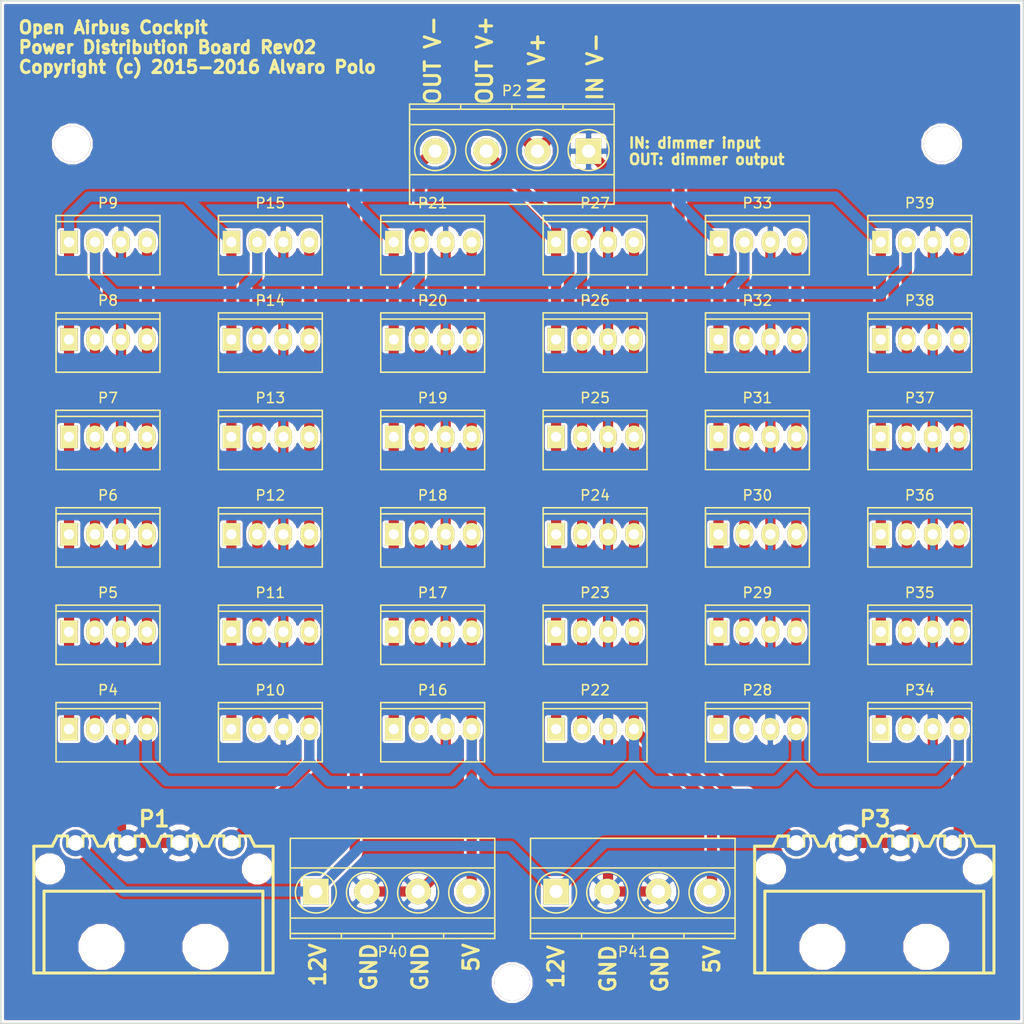
<source format=kicad_pcb>
(kicad_pcb (version 4) (host pcbnew 4.0.1-stable)
  (layers (0 F.Cu signal) (31 B.Cu signal) (34 B.Paste user) (35 F.Paste user) (36 B.SilkS user) (37 F.SilkS user) (38 B.Mask user) (39 F.Mask user) (44 Edge.Cuts user))
  (net 0 "")
  (net 1 /12V)
  (net 2 /GND)
  (net 3 /5V)
  (net 4 /D12V)
  (net 5 /DGND)
  (module Mounting_Holes:MountingHole_3-5mm (layer F.Cu) (at 152 52)
    (fp_text reference REF** hide)
    (fp_text value MountingHole_3mm hide)
    (pad 1 thru_hole circle (at 0 0) (size 3.5 3.5) (drill 3.5) (layers))
  )
  (module Mounting_Holes:MountingHole_3-5mm (layer F.Cu) (at 67 52)
    (fp_text reference REF** hide)
    (fp_text value MountingHole_3mm hide)
    (pad 1 thru_hole circle (at 0 0) (size 3.5 3.5) (drill 3.5) (layers))
  )
  (module Mounting_Holes:MountingHole_3-5mm (layer F.Cu) (at 110 134)
    (fp_text reference REF** hide)
    (fp_text value MountingHole_3mm hide)
    (pad 1 thru_hole circle (at 0 0) (size 3.5 3.5) (drill 3.5) (layers))
  )
  (module oac-conn:kf2510-4p (layer F.Cu) (at 70.485 109.22)
    (fp_text reference P4 (at 0 -3.81) (layer F.SilkS))
    (fp_text value CONN_01X04)
    (pad 1 thru_hole rect (at -3.81 0) (size 1.7 2.2) (drill 1) (layers *.Cu *.Mask F.SilkS) (net 4 /D12V))
    (pad 2 thru_hole oval (at -1.27 0) (size 1.7 2.2) (drill 1) (layers *.Cu *.Mask F.SilkS) (net 5 /DGND))
    (pad 3 thru_hole oval (at 1.27 0) (size 1.7 2.2) (drill 1) (layers *.Cu *.Mask F.SilkS) (net 2 /GND))
    (pad 4 thru_hole oval (at 3.81 0) (size 1.7 2.2) (drill 1) (layers *.Cu *.Mask F.SilkS) (net 3 /5V))
  )
  (module oac-conn:kf2510-4p (layer F.Cu) (at 70.485 99.695)
    (fp_text reference P5 (at 0 -3.81) (layer F.SilkS))
    (fp_text value CONN_01X04)
    (pad 1 thru_hole rect (at -3.81 0) (size 1.7 2.2) (drill 1) (layers *.Cu *.Mask F.SilkS) (net 4 /D12V))
    (pad 2 thru_hole oval (at -1.27 0) (size 1.7 2.2) (drill 1) (layers *.Cu *.Mask F.SilkS) (net 5 /DGND))
    (pad 3 thru_hole oval (at 1.27 0) (size 1.7 2.2) (drill 1) (layers *.Cu *.Mask F.SilkS) (net 2 /GND))
    (pad 4 thru_hole oval (at 3.81 0) (size 1.7 2.2) (drill 1) (layers *.Cu *.Mask F.SilkS) (net 3 /5V))
  )
  (module oac-conn:kf2510-4p (layer F.Cu) (at 70.485 90.17)
    (fp_text reference P6 (at 0 -3.81) (layer F.SilkS))
    (fp_text value CONN_01X04)
    (pad 1 thru_hole rect (at -3.81 0) (size 1.7 2.2) (drill 1) (layers *.Cu *.Mask F.SilkS) (net 4 /D12V))
    (pad 2 thru_hole oval (at -1.27 0) (size 1.7 2.2) (drill 1) (layers *.Cu *.Mask F.SilkS) (net 5 /DGND))
    (pad 3 thru_hole oval (at 1.27 0) (size 1.7 2.2) (drill 1) (layers *.Cu *.Mask F.SilkS) (net 2 /GND))
    (pad 4 thru_hole oval (at 3.81 0) (size 1.7 2.2) (drill 1) (layers *.Cu *.Mask F.SilkS) (net 3 /5V))
  )
  (module oac-conn:kf2510-4p (layer F.Cu) (at 70.485 80.645)
    (fp_text reference P7 (at 0 -3.81) (layer F.SilkS))
    (fp_text value CONN_01X04)
    (pad 1 thru_hole rect (at -3.81 0) (size 1.7 2.2) (drill 1) (layers *.Cu *.Mask F.SilkS) (net 4 /D12V))
    (pad 2 thru_hole oval (at -1.27 0) (size 1.7 2.2) (drill 1) (layers *.Cu *.Mask F.SilkS) (net 5 /DGND))
    (pad 3 thru_hole oval (at 1.27 0) (size 1.7 2.2) (drill 1) (layers *.Cu *.Mask F.SilkS) (net 2 /GND))
    (pad 4 thru_hole oval (at 3.81 0) (size 1.7 2.2) (drill 1) (layers *.Cu *.Mask F.SilkS) (net 3 /5V))
  )
  (module oac-conn:kf2510-4p (layer F.Cu) (at 70.485 71.12)
    (fp_text reference P8 (at 0 -3.81) (layer F.SilkS))
    (fp_text value CONN_01X04)
    (pad 1 thru_hole rect (at -3.81 0) (size 1.7 2.2) (drill 1) (layers *.Cu *.Mask F.SilkS) (net 4 /D12V))
    (pad 2 thru_hole oval (at -1.27 0) (size 1.7 2.2) (drill 1) (layers *.Cu *.Mask F.SilkS) (net 5 /DGND))
    (pad 3 thru_hole oval (at 1.27 0) (size 1.7 2.2) (drill 1) (layers *.Cu *.Mask F.SilkS) (net 2 /GND))
    (pad 4 thru_hole oval (at 3.81 0) (size 1.7 2.2) (drill 1) (layers *.Cu *.Mask F.SilkS) (net 3 /5V))
  )
  (module oac-conn:kf2510-4p (layer F.Cu) (at 70.485 61.595)
    (fp_text reference P9 (at 0 -3.81) (layer F.SilkS))
    (fp_text value CONN_01X04)
    (pad 1 thru_hole rect (at -3.81 0) (size 1.7 2.2) (drill 1) (layers *.Cu *.Mask F.SilkS) (net 4 /D12V))
    (pad 2 thru_hole oval (at -1.27 0) (size 1.7 2.2) (drill 1) (layers *.Cu *.Mask F.SilkS) (net 5 /DGND))
    (pad 3 thru_hole oval (at 1.27 0) (size 1.7 2.2) (drill 1) (layers *.Cu *.Mask F.SilkS) (net 2 /GND))
    (pad 4 thru_hole oval (at 3.81 0) (size 1.7 2.2) (drill 1) (layers *.Cu *.Mask F.SilkS) (net 3 /5V))
  )
  (module oac-conn:kf2510-4p (layer F.Cu) (at 86.36 109.22)
    (fp_text reference P10 (at 0 -3.81) (layer F.SilkS))
    (fp_text value CONN_01X04)
    (pad 1 thru_hole rect (at -3.81 0) (size 1.7 2.2) (drill 1) (layers *.Cu *.Mask F.SilkS) (net 4 /D12V))
    (pad 2 thru_hole oval (at -1.27 0) (size 1.7 2.2) (drill 1) (layers *.Cu *.Mask F.SilkS) (net 5 /DGND))
    (pad 3 thru_hole oval (at 1.27 0) (size 1.7 2.2) (drill 1) (layers *.Cu *.Mask F.SilkS) (net 2 /GND))
    (pad 4 thru_hole oval (at 3.81 0) (size 1.7 2.2) (drill 1) (layers *.Cu *.Mask F.SilkS) (net 3 /5V))
  )
  (module oac-conn:kf2510-4p (layer F.Cu) (at 86.36 99.695)
    (fp_text reference P11 (at 0 -3.81) (layer F.SilkS))
    (fp_text value CONN_01X04)
    (pad 1 thru_hole rect (at -3.81 0) (size 1.7 2.2) (drill 1) (layers *.Cu *.Mask F.SilkS) (net 4 /D12V))
    (pad 2 thru_hole oval (at -1.27 0) (size 1.7 2.2) (drill 1) (layers *.Cu *.Mask F.SilkS) (net 5 /DGND))
    (pad 3 thru_hole oval (at 1.27 0) (size 1.7 2.2) (drill 1) (layers *.Cu *.Mask F.SilkS) (net 2 /GND))
    (pad 4 thru_hole oval (at 3.81 0) (size 1.7 2.2) (drill 1) (layers *.Cu *.Mask F.SilkS) (net 3 /5V))
  )
  (module oac-conn:kf2510-4p (layer F.Cu) (at 86.36 90.17)
    (fp_text reference P12 (at 0 -3.81) (layer F.SilkS))
    (fp_text value CONN_01X04)
    (pad 1 thru_hole rect (at -3.81 0) (size 1.7 2.2) (drill 1) (layers *.Cu *.Mask F.SilkS) (net 4 /D12V))
    (pad 2 thru_hole oval (at -1.27 0) (size 1.7 2.2) (drill 1) (layers *.Cu *.Mask F.SilkS) (net 5 /DGND))
    (pad 3 thru_hole oval (at 1.27 0) (size 1.7 2.2) (drill 1) (layers *.Cu *.Mask F.SilkS) (net 2 /GND))
    (pad 4 thru_hole oval (at 3.81 0) (size 1.7 2.2) (drill 1) (layers *.Cu *.Mask F.SilkS) (net 3 /5V))
  )
  (module oac-conn:kf2510-4p (layer F.Cu) (at 86.36 80.645)
    (fp_text reference P13 (at 0 -3.81) (layer F.SilkS))
    (fp_text value CONN_01X04)
    (pad 1 thru_hole rect (at -3.81 0) (size 1.7 2.2) (drill 1) (layers *.Cu *.Mask F.SilkS) (net 4 /D12V))
    (pad 2 thru_hole oval (at -1.27 0) (size 1.7 2.2) (drill 1) (layers *.Cu *.Mask F.SilkS) (net 5 /DGND))
    (pad 3 thru_hole oval (at 1.27 0) (size 1.7 2.2) (drill 1) (layers *.Cu *.Mask F.SilkS) (net 2 /GND))
    (pad 4 thru_hole oval (at 3.81 0) (size 1.7 2.2) (drill 1) (layers *.Cu *.Mask F.SilkS) (net 3 /5V))
  )
  (module oac-conn:kf2510-4p (layer F.Cu) (at 86.36 71.12)
    (fp_text reference P14 (at 0 -3.81) (layer F.SilkS))
    (fp_text value CONN_01X04)
    (pad 1 thru_hole rect (at -3.81 0) (size 1.7 2.2) (drill 1) (layers *.Cu *.Mask F.SilkS) (net 4 /D12V))
    (pad 2 thru_hole oval (at -1.27 0) (size 1.7 2.2) (drill 1) (layers *.Cu *.Mask F.SilkS) (net 5 /DGND))
    (pad 3 thru_hole oval (at 1.27 0) (size 1.7 2.2) (drill 1) (layers *.Cu *.Mask F.SilkS) (net 2 /GND))
    (pad 4 thru_hole oval (at 3.81 0) (size 1.7 2.2) (drill 1) (layers *.Cu *.Mask F.SilkS) (net 3 /5V))
  )
  (module oac-conn:kf2510-4p (layer F.Cu) (at 86.36 61.595)
    (fp_text reference P15 (at 0 -3.81) (layer F.SilkS))
    (fp_text value CONN_01X04)
    (pad 1 thru_hole rect (at -3.81 0) (size 1.7 2.2) (drill 1) (layers *.Cu *.Mask F.SilkS) (net 4 /D12V))
    (pad 2 thru_hole oval (at -1.27 0) (size 1.7 2.2) (drill 1) (layers *.Cu *.Mask F.SilkS) (net 5 /DGND))
    (pad 3 thru_hole oval (at 1.27 0) (size 1.7 2.2) (drill 1) (layers *.Cu *.Mask F.SilkS) (net 2 /GND))
    (pad 4 thru_hole oval (at 3.81 0) (size 1.7 2.2) (drill 1) (layers *.Cu *.Mask F.SilkS) (net 3 /5V))
  )
  (module oac-conn:kf2510-4p (layer F.Cu) (at 102.235 109.22)
    (fp_text reference P16 (at 0 -3.81) (layer F.SilkS))
    (fp_text value CONN_01X04)
    (pad 1 thru_hole rect (at -3.81 0) (size 1.7 2.2) (drill 1) (layers *.Cu *.Mask F.SilkS) (net 4 /D12V))
    (pad 2 thru_hole oval (at -1.27 0) (size 1.7 2.2) (drill 1) (layers *.Cu *.Mask F.SilkS) (net 5 /DGND))
    (pad 3 thru_hole oval (at 1.27 0) (size 1.7 2.2) (drill 1) (layers *.Cu *.Mask F.SilkS) (net 2 /GND))
    (pad 4 thru_hole oval (at 3.81 0) (size 1.7 2.2) (drill 1) (layers *.Cu *.Mask F.SilkS) (net 3 /5V))
  )
  (module oac-conn:kf2510-4p (layer F.Cu) (at 102.235 99.695)
    (fp_text reference P17 (at 0 -3.81) (layer F.SilkS))
    (fp_text value CONN_01X04)
    (pad 1 thru_hole rect (at -3.81 0) (size 1.7 2.2) (drill 1) (layers *.Cu *.Mask F.SilkS) (net 4 /D12V))
    (pad 2 thru_hole oval (at -1.27 0) (size 1.7 2.2) (drill 1) (layers *.Cu *.Mask F.SilkS) (net 5 /DGND))
    (pad 3 thru_hole oval (at 1.27 0) (size 1.7 2.2) (drill 1) (layers *.Cu *.Mask F.SilkS) (net 2 /GND))
    (pad 4 thru_hole oval (at 3.81 0) (size 1.7 2.2) (drill 1) (layers *.Cu *.Mask F.SilkS) (net 3 /5V))
  )
  (module oac-conn:kf2510-4p (layer F.Cu) (at 102.235 90.17)
    (fp_text reference P18 (at 0 -3.81) (layer F.SilkS))
    (fp_text value CONN_01X04)
    (pad 1 thru_hole rect (at -3.81 0) (size 1.7 2.2) (drill 1) (layers *.Cu *.Mask F.SilkS) (net 4 /D12V))
    (pad 2 thru_hole oval (at -1.27 0) (size 1.7 2.2) (drill 1) (layers *.Cu *.Mask F.SilkS) (net 5 /DGND))
    (pad 3 thru_hole oval (at 1.27 0) (size 1.7 2.2) (drill 1) (layers *.Cu *.Mask F.SilkS) (net 2 /GND))
    (pad 4 thru_hole oval (at 3.81 0) (size 1.7 2.2) (drill 1) (layers *.Cu *.Mask F.SilkS) (net 3 /5V))
  )
  (module oac-conn:kf2510-4p (layer F.Cu) (at 102.235 80.645)
    (fp_text reference P19 (at 0 -3.81) (layer F.SilkS))
    (fp_text value CONN_01X04)
    (pad 1 thru_hole rect (at -3.81 0) (size 1.7 2.2) (drill 1) (layers *.Cu *.Mask F.SilkS) (net 4 /D12V))
    (pad 2 thru_hole oval (at -1.27 0) (size 1.7 2.2) (drill 1) (layers *.Cu *.Mask F.SilkS) (net 5 /DGND))
    (pad 3 thru_hole oval (at 1.27 0) (size 1.7 2.2) (drill 1) (layers *.Cu *.Mask F.SilkS) (net 2 /GND))
    (pad 4 thru_hole oval (at 3.81 0) (size 1.7 2.2) (drill 1) (layers *.Cu *.Mask F.SilkS) (net 3 /5V))
  )
  (module oac-conn:kf2510-4p (layer F.Cu) (at 102.235 71.12)
    (fp_text reference P20 (at 0 -3.81) (layer F.SilkS))
    (fp_text value CONN_01X04)
    (pad 1 thru_hole rect (at -3.81 0) (size 1.7 2.2) (drill 1) (layers *.Cu *.Mask F.SilkS) (net 4 /D12V))
    (pad 2 thru_hole oval (at -1.27 0) (size 1.7 2.2) (drill 1) (layers *.Cu *.Mask F.SilkS) (net 5 /DGND))
    (pad 3 thru_hole oval (at 1.27 0) (size 1.7 2.2) (drill 1) (layers *.Cu *.Mask F.SilkS) (net 2 /GND))
    (pad 4 thru_hole oval (at 3.81 0) (size 1.7 2.2) (drill 1) (layers *.Cu *.Mask F.SilkS) (net 3 /5V))
  )
  (module oac-conn:kf2510-4p (layer F.Cu) (at 102.235 61.595)
    (fp_text reference P21 (at 0 -3.81) (layer F.SilkS))
    (fp_text value CONN_01X04)
    (pad 1 thru_hole rect (at -3.81 0) (size 1.7 2.2) (drill 1) (layers *.Cu *.Mask F.SilkS) (net 4 /D12V))
    (pad 2 thru_hole oval (at -1.27 0) (size 1.7 2.2) (drill 1) (layers *.Cu *.Mask F.SilkS) (net 5 /DGND))
    (pad 3 thru_hole oval (at 1.27 0) (size 1.7 2.2) (drill 1) (layers *.Cu *.Mask F.SilkS) (net 2 /GND))
    (pad 4 thru_hole oval (at 3.81 0) (size 1.7 2.2) (drill 1) (layers *.Cu *.Mask F.SilkS) (net 3 /5V))
  )
  (module oac-conn:kf2510-4p (layer F.Cu) (at 118.11 109.22)
    (fp_text reference P22 (at 0 -3.81) (layer F.SilkS))
    (fp_text value CONN_01X04)
    (pad 1 thru_hole rect (at -3.81 0) (size 1.7 2.2) (drill 1) (layers *.Cu *.Mask F.SilkS) (net 4 /D12V))
    (pad 2 thru_hole oval (at -1.27 0) (size 1.7 2.2) (drill 1) (layers *.Cu *.Mask F.SilkS) (net 5 /DGND))
    (pad 3 thru_hole oval (at 1.27 0) (size 1.7 2.2) (drill 1) (layers *.Cu *.Mask F.SilkS) (net 2 /GND))
    (pad 4 thru_hole oval (at 3.81 0) (size 1.7 2.2) (drill 1) (layers *.Cu *.Mask F.SilkS) (net 3 /5V))
  )
  (module oac-conn:kf2510-4p (layer F.Cu) (at 118.11 99.695)
    (fp_text reference P23 (at 0 -3.81) (layer F.SilkS))
    (fp_text value CONN_01X04)
    (pad 1 thru_hole rect (at -3.81 0) (size 1.7 2.2) (drill 1) (layers *.Cu *.Mask F.SilkS) (net 4 /D12V))
    (pad 2 thru_hole oval (at -1.27 0) (size 1.7 2.2) (drill 1) (layers *.Cu *.Mask F.SilkS) (net 5 /DGND))
    (pad 3 thru_hole oval (at 1.27 0) (size 1.7 2.2) (drill 1) (layers *.Cu *.Mask F.SilkS) (net 2 /GND))
    (pad 4 thru_hole oval (at 3.81 0) (size 1.7 2.2) (drill 1) (layers *.Cu *.Mask F.SilkS) (net 3 /5V))
  )
  (module oac-conn:kf2510-4p (layer F.Cu) (at 118.11 90.17)
    (fp_text reference P24 (at 0 -3.81) (layer F.SilkS))
    (fp_text value CONN_01X04)
    (pad 1 thru_hole rect (at -3.81 0) (size 1.7 2.2) (drill 1) (layers *.Cu *.Mask F.SilkS) (net 4 /D12V))
    (pad 2 thru_hole oval (at -1.27 0) (size 1.7 2.2) (drill 1) (layers *.Cu *.Mask F.SilkS) (net 5 /DGND))
    (pad 3 thru_hole oval (at 1.27 0) (size 1.7 2.2) (drill 1) (layers *.Cu *.Mask F.SilkS) (net 2 /GND))
    (pad 4 thru_hole oval (at 3.81 0) (size 1.7 2.2) (drill 1) (layers *.Cu *.Mask F.SilkS) (net 3 /5V))
  )
  (module oac-conn:kf2510-4p (layer F.Cu) (at 118.11 80.645)
    (fp_text reference P25 (at 0 -3.81) (layer F.SilkS))
    (fp_text value CONN_01X04)
    (pad 1 thru_hole rect (at -3.81 0) (size 1.7 2.2) (drill 1) (layers *.Cu *.Mask F.SilkS) (net 4 /D12V))
    (pad 2 thru_hole oval (at -1.27 0) (size 1.7 2.2) (drill 1) (layers *.Cu *.Mask F.SilkS) (net 5 /DGND))
    (pad 3 thru_hole oval (at 1.27 0) (size 1.7 2.2) (drill 1) (layers *.Cu *.Mask F.SilkS) (net 2 /GND))
    (pad 4 thru_hole oval (at 3.81 0) (size 1.7 2.2) (drill 1) (layers *.Cu *.Mask F.SilkS) (net 3 /5V))
  )
  (module oac-conn:kf2510-4p (layer F.Cu) (at 118.11 71.12)
    (fp_text reference P26 (at 0 -3.81) (layer F.SilkS))
    (fp_text value CONN_01X04)
    (pad 1 thru_hole rect (at -3.81 0) (size 1.7 2.2) (drill 1) (layers *.Cu *.Mask F.SilkS) (net 4 /D12V))
    (pad 2 thru_hole oval (at -1.27 0) (size 1.7 2.2) (drill 1) (layers *.Cu *.Mask F.SilkS) (net 5 /DGND))
    (pad 3 thru_hole oval (at 1.27 0) (size 1.7 2.2) (drill 1) (layers *.Cu *.Mask F.SilkS) (net 2 /GND))
    (pad 4 thru_hole oval (at 3.81 0) (size 1.7 2.2) (drill 1) (layers *.Cu *.Mask F.SilkS) (net 3 /5V))
  )
  (module oac-conn:kf2510-4p (layer F.Cu) (at 118.11 61.595)
    (fp_text reference P27 (at 0 -3.81) (layer F.SilkS))
    (fp_text value CONN_01X04)
    (pad 1 thru_hole rect (at -3.81 0) (size 1.7 2.2) (drill 1) (layers *.Cu *.Mask F.SilkS) (net 4 /D12V))
    (pad 2 thru_hole oval (at -1.27 0) (size 1.7 2.2) (drill 1) (layers *.Cu *.Mask F.SilkS) (net 5 /DGND))
    (pad 3 thru_hole oval (at 1.27 0) (size 1.7 2.2) (drill 1) (layers *.Cu *.Mask F.SilkS) (net 2 /GND))
    (pad 4 thru_hole oval (at 3.81 0) (size 1.7 2.2) (drill 1) (layers *.Cu *.Mask F.SilkS) (net 3 /5V))
  )
  (module oac-conn:kf2510-4p (layer F.Cu) (at 133.985 109.22)
    (fp_text reference P28 (at 0 -3.81) (layer F.SilkS))
    (fp_text value CONN_01X04)
    (pad 1 thru_hole rect (at -3.81 0) (size 1.7 2.2) (drill 1) (layers *.Cu *.Mask F.SilkS) (net 4 /D12V))
    (pad 2 thru_hole oval (at -1.27 0) (size 1.7 2.2) (drill 1) (layers *.Cu *.Mask F.SilkS) (net 5 /DGND))
    (pad 3 thru_hole oval (at 1.27 0) (size 1.7 2.2) (drill 1) (layers *.Cu *.Mask F.SilkS) (net 2 /GND))
    (pad 4 thru_hole oval (at 3.81 0) (size 1.7 2.2) (drill 1) (layers *.Cu *.Mask F.SilkS) (net 3 /5V))
  )
  (module oac-conn:kf2510-4p (layer F.Cu) (at 133.985 99.695)
    (fp_text reference P29 (at 0 -3.81) (layer F.SilkS))
    (fp_text value CONN_01X04)
    (pad 1 thru_hole rect (at -3.81 0) (size 1.7 2.2) (drill 1) (layers *.Cu *.Mask F.SilkS) (net 4 /D12V))
    (pad 2 thru_hole oval (at -1.27 0) (size 1.7 2.2) (drill 1) (layers *.Cu *.Mask F.SilkS) (net 5 /DGND))
    (pad 3 thru_hole oval (at 1.27 0) (size 1.7 2.2) (drill 1) (layers *.Cu *.Mask F.SilkS) (net 2 /GND))
    (pad 4 thru_hole oval (at 3.81 0) (size 1.7 2.2) (drill 1) (layers *.Cu *.Mask F.SilkS) (net 3 /5V))
  )
  (module oac-conn:kf2510-4p (layer F.Cu) (at 133.985 90.17)
    (fp_text reference P30 (at 0 -3.81) (layer F.SilkS))
    (fp_text value CONN_01X04)
    (pad 1 thru_hole rect (at -3.81 0) (size 1.7 2.2) (drill 1) (layers *.Cu *.Mask F.SilkS) (net 4 /D12V))
    (pad 2 thru_hole oval (at -1.27 0) (size 1.7 2.2) (drill 1) (layers *.Cu *.Mask F.SilkS) (net 5 /DGND))
    (pad 3 thru_hole oval (at 1.27 0) (size 1.7 2.2) (drill 1) (layers *.Cu *.Mask F.SilkS) (net 2 /GND))
    (pad 4 thru_hole oval (at 3.81 0) (size 1.7 2.2) (drill 1) (layers *.Cu *.Mask F.SilkS) (net 3 /5V))
  )
  (module oac-conn:kf2510-4p (layer F.Cu) (at 133.985 80.645)
    (fp_text reference P31 (at 0 -3.81) (layer F.SilkS))
    (fp_text value CONN_01X04)
    (pad 1 thru_hole rect (at -3.81 0) (size 1.7 2.2) (drill 1) (layers *.Cu *.Mask F.SilkS) (net 4 /D12V))
    (pad 2 thru_hole oval (at -1.27 0) (size 1.7 2.2) (drill 1) (layers *.Cu *.Mask F.SilkS) (net 5 /DGND))
    (pad 3 thru_hole oval (at 1.27 0) (size 1.7 2.2) (drill 1) (layers *.Cu *.Mask F.SilkS) (net 2 /GND))
    (pad 4 thru_hole oval (at 3.81 0) (size 1.7 2.2) (drill 1) (layers *.Cu *.Mask F.SilkS) (net 3 /5V))
  )
  (module oac-conn:kf2510-4p (layer F.Cu) (at 133.985 71.12)
    (fp_text reference P32 (at 0 -3.81) (layer F.SilkS))
    (fp_text value CONN_01X04)
    (pad 1 thru_hole rect (at -3.81 0) (size 1.7 2.2) (drill 1) (layers *.Cu *.Mask F.SilkS) (net 4 /D12V))
    (pad 2 thru_hole oval (at -1.27 0) (size 1.7 2.2) (drill 1) (layers *.Cu *.Mask F.SilkS) (net 5 /DGND))
    (pad 3 thru_hole oval (at 1.27 0) (size 1.7 2.2) (drill 1) (layers *.Cu *.Mask F.SilkS) (net 2 /GND))
    (pad 4 thru_hole oval (at 3.81 0) (size 1.7 2.2) (drill 1) (layers *.Cu *.Mask F.SilkS) (net 3 /5V))
  )
  (module oac-conn:kf2510-4p (layer F.Cu) (at 133.985 61.595)
    (fp_text reference P33 (at 0 -3.81) (layer F.SilkS))
    (fp_text value CONN_01X04)
    (pad 1 thru_hole rect (at -3.81 0) (size 1.7 2.2) (drill 1) (layers *.Cu *.Mask F.SilkS) (net 4 /D12V))
    (pad 2 thru_hole oval (at -1.27 0) (size 1.7 2.2) (drill 1) (layers *.Cu *.Mask F.SilkS) (net 5 /DGND))
    (pad 3 thru_hole oval (at 1.27 0) (size 1.7 2.2) (drill 1) (layers *.Cu *.Mask F.SilkS) (net 2 /GND))
    (pad 4 thru_hole oval (at 3.81 0) (size 1.7 2.2) (drill 1) (layers *.Cu *.Mask F.SilkS) (net 3 /5V))
  )
  (module oac-conn:kf2510-4p (layer F.Cu) (at 149.86 109.22)
    (fp_text reference P34 (at 0 -3.81) (layer F.SilkS))
    (fp_text value CONN_01X04)
    (pad 1 thru_hole rect (at -3.81 0) (size 1.7 2.2) (drill 1) (layers *.Cu *.Mask F.SilkS) (net 4 /D12V))
    (pad 2 thru_hole oval (at -1.27 0) (size 1.7 2.2) (drill 1) (layers *.Cu *.Mask F.SilkS) (net 5 /DGND))
    (pad 3 thru_hole oval (at 1.27 0) (size 1.7 2.2) (drill 1) (layers *.Cu *.Mask F.SilkS) (net 2 /GND))
    (pad 4 thru_hole oval (at 3.81 0) (size 1.7 2.2) (drill 1) (layers *.Cu *.Mask F.SilkS) (net 3 /5V))
  )
  (module oac-conn:kf2510-4p (layer F.Cu) (at 149.86 99.695)
    (fp_text reference P35 (at 0 -3.81) (layer F.SilkS))
    (fp_text value CONN_01X04)
    (pad 1 thru_hole rect (at -3.81 0) (size 1.7 2.2) (drill 1) (layers *.Cu *.Mask F.SilkS) (net 4 /D12V))
    (pad 2 thru_hole oval (at -1.27 0) (size 1.7 2.2) (drill 1) (layers *.Cu *.Mask F.SilkS) (net 5 /DGND))
    (pad 3 thru_hole oval (at 1.27 0) (size 1.7 2.2) (drill 1) (layers *.Cu *.Mask F.SilkS) (net 2 /GND))
    (pad 4 thru_hole oval (at 3.81 0) (size 1.7 2.2) (drill 1) (layers *.Cu *.Mask F.SilkS) (net 3 /5V))
  )
  (module oac-conn:kf2510-4p (layer F.Cu) (at 149.86 90.17)
    (fp_text reference P36 (at 0 -3.81) (layer F.SilkS))
    (fp_text value CONN_01X04)
    (pad 1 thru_hole rect (at -3.81 0) (size 1.7 2.2) (drill 1) (layers *.Cu *.Mask F.SilkS) (net 4 /D12V))
    (pad 2 thru_hole oval (at -1.27 0) (size 1.7 2.2) (drill 1) (layers *.Cu *.Mask F.SilkS) (net 5 /DGND))
    (pad 3 thru_hole oval (at 1.27 0) (size 1.7 2.2) (drill 1) (layers *.Cu *.Mask F.SilkS) (net 2 /GND))
    (pad 4 thru_hole oval (at 3.81 0) (size 1.7 2.2) (drill 1) (layers *.Cu *.Mask F.SilkS) (net 3 /5V))
  )
  (module oac-conn:kf2510-4p (layer F.Cu) (at 149.86 80.645)
    (fp_text reference P37 (at 0 -3.81) (layer F.SilkS))
    (fp_text value CONN_01X04)
    (pad 1 thru_hole rect (at -3.81 0) (size 1.7 2.2) (drill 1) (layers *.Cu *.Mask F.SilkS) (net 4 /D12V))
    (pad 2 thru_hole oval (at -1.27 0) (size 1.7 2.2) (drill 1) (layers *.Cu *.Mask F.SilkS) (net 5 /DGND))
    (pad 3 thru_hole oval (at 1.27 0) (size 1.7 2.2) (drill 1) (layers *.Cu *.Mask F.SilkS) (net 2 /GND))
    (pad 4 thru_hole oval (at 3.81 0) (size 1.7 2.2) (drill 1) (layers *.Cu *.Mask F.SilkS) (net 3 /5V))
  )
  (module oac-conn:kf2510-4p (layer F.Cu) (at 149.86 71.12)
    (fp_text reference P38 (at 0 -3.81) (layer F.SilkS))
    (fp_text value CONN_01X04)
    (pad 1 thru_hole rect (at -3.81 0) (size 1.7 2.2) (drill 1) (layers *.Cu *.Mask F.SilkS) (net 4 /D12V))
    (pad 2 thru_hole oval (at -1.27 0) (size 1.7 2.2) (drill 1) (layers *.Cu *.Mask F.SilkS) (net 5 /DGND))
    (pad 3 thru_hole oval (at 1.27 0) (size 1.7 2.2) (drill 1) (layers *.Cu *.Mask F.SilkS) (net 2 /GND))
    (pad 4 thru_hole oval (at 3.81 0) (size 1.7 2.2) (drill 1) (layers *.Cu *.Mask F.SilkS) (net 3 /5V))
  )
  (module oac-conn:kf2510-4p (layer F.Cu) (at 149.86 61.595)
    (fp_text reference P39 (at 0 -3.81) (layer F.SilkS))
    (fp_text value CONN_01X04)
    (pad 1 thru_hole rect (at -3.81 0) (size 1.7 2.2) (drill 1) (layers *.Cu *.Mask F.SilkS) (net 4 /D12V))
    (pad 2 thru_hole oval (at -1.27 0) (size 1.7 2.2) (drill 1) (layers *.Cu *.Mask F.SilkS) (net 5 /DGND))
    (pad 3 thru_hole oval (at 1.27 0) (size 1.7 2.2) (drill 1) (layers *.Cu *.Mask F.SilkS) (net 2 /GND))
    (pad 4 thru_hole oval (at 3.81 0) (size 1.7 2.2) (drill 1) (layers *.Cu *.Mask F.SilkS) (net 3 /5V))
  )
  (module Terminal_Blocks:TerminalBlock_Pheonix_MKDS1.5-4pol (layer F.Cu) (at 114.3 125.095)
    (fp_text reference P41 (at 7.5 5.9) (layer F.SilkS))
    (fp_text value CONN_01X04)
    (pad 4 thru_hole circle (at 15 0) (size 2.5 2.5) (drill 1.3) (layers *.Cu *.Mask F.SilkS) (net 3 /5V))
    (pad 3 thru_hole circle (at 10 0) (size 2.5 2.5) (drill 1.3) (layers *.Cu *.Mask F.SilkS) (net 2 /GND))
    (pad 1 thru_hole rect (at 0 0) (size 2.5 2.5) (drill 1.3) (layers *.Cu *.Mask F.SilkS) (net 1 /12V))
    (pad 2 thru_hole circle (at 5 0) (size 2.5 2.5) (drill 1.3) (layers *.Cu *.Mask F.SilkS) (net 2 /GND))
  )
  (module Terminal_Blocks:TerminalBlock_Pheonix_MKDS1.5-4pol (layer F.Cu) (at 90.805 125.095)
    (fp_text reference P40 (at 7.5 5.9) (layer F.SilkS))
    (fp_text value CONN_01X04)
    (pad 4 thru_hole circle (at 15 0) (size 2.5 2.5) (drill 1.3) (layers *.Cu *.Mask F.SilkS) (net 3 /5V))
    (pad 3 thru_hole circle (at 10 0) (size 2.5 2.5) (drill 1.3) (layers *.Cu *.Mask F.SilkS) (net 2 /GND))
    (pad 1 thru_hole rect (at 0 0) (size 2.5 2.5) (drill 1.3) (layers *.Cu *.Mask F.SilkS) (net 1 /12V))
    (pad 2 thru_hole circle (at 5 0) (size 2.5 2.5) (drill 1.3) (layers *.Cu *.Mask F.SilkS) (net 2 /GND))
  )
  (module Terminal_Blocks:TerminalBlock_Pheonix_MKDS1.5-4pol (layer F.Cu) (at 117.475 52.705 180)
    (fp_text reference P2 (at 7.5 5.9 180) (layer F.SilkS))
    (fp_text value CONN_01X04)
    (pad 4 thru_hole circle (at 15 0 180) (size 2.5 2.5) (drill 1.3) (layers *.Cu *.Mask F.SilkS) (net 5 /DGND))
    (pad 3 thru_hole circle (at 10 0 180) (size 2.5 2.5) (drill 1.3) (layers *.Cu *.Mask F.SilkS) (net 4 /D12V))
    (pad 1 thru_hole rect (at 0 0 180) (size 2.5 2.5) (drill 1.3) (layers *.Cu *.Mask F.SilkS) (net 2 /GND))
    (pad 2 thru_hole circle (at 5 0 180) (size 2.5 2.5) (drill 1.3) (layers *.Cu *.Mask F.SilkS) (net 1 /12V))
  )
  (module oac-conn:molex-hdd (layer F.Cu) (at 145.415 126.365)
    (fp_text reference P3 (at 0.07 -8.365) (layer F.SilkS) (effects (font (thickness 0.3048))))
    (fp_text value CONN_01X04 hide)
    (pad "" np_thru_hole circle (at 5.08 4.14) (size 4 4) (drill 4) (layers *.Cu *.Mask F.SilkS))
    (pad 1 thru_hole circle (at -7.62 -6.02) (size 2.6 2.6) (drill 1.52) (layers *.Cu *.Mask) (net 1 /12V))
    (pad 2 thru_hole circle (at -2.54 -6.02) (size 2.6 2.6) (drill 1.52) (layers *.Cu *.Mask) (net 2 /GND))
    (pad 3 thru_hole circle (at 2.54 -6.02) (size 2.6 2.6) (drill 1.52) (layers *.Cu *.Mask) (net 2 /GND))
    (pad 4 thru_hole circle (at 7.62 -6.02) (size 2.6 2.6) (drill 1.52) (layers *.Cu *.Mask) (net 3 /5V))
    (pad "" np_thru_hole circle (at 10.16 -3.48) (size 2.54 2.54) (drill 2.54) (layers *.Cu *.Mask F.SilkS))
    (pad "" np_thru_hole circle (at -5.08 4.14) (size 4 4) (drill 4) (layers *.Cu *.Mask F.SilkS))
    (pad "" np_thru_hole circle (at -10.16 -3.48) (size 2.54 2.54) (drill 2.54) (layers *.Cu *.Mask F.SilkS))
  )
  (module oac-conn:molex-hdd (layer F.Cu) (at 74.93 126.365)
    (fp_text reference P1 (at 0.07 -8.365) (layer F.SilkS) (effects (font (thickness 0.3048))))
    (fp_text value CONN_01X04 hide)
    (pad "" np_thru_hole circle (at 5.08 4.14) (size 4 4) (drill 4) (layers *.Cu *.Mask F.SilkS))
    (pad 1 thru_hole circle (at -7.62 -6.02) (size 2.6 2.6) (drill 1.52) (layers *.Cu *.Mask) (net 1 /12V))
    (pad 2 thru_hole circle (at -2.54 -6.02) (size 2.6 2.6) (drill 1.52) (layers *.Cu *.Mask) (net 2 /GND))
    (pad 3 thru_hole circle (at 2.54 -6.02) (size 2.6 2.6) (drill 1.52) (layers *.Cu *.Mask) (net 2 /GND))
    (pad 4 thru_hole circle (at 7.62 -6.02) (size 2.6 2.6) (drill 1.52) (layers *.Cu *.Mask) (net 3 /5V))
    (pad "" np_thru_hole circle (at 10.16 -3.48) (size 2.54 2.54) (drill 2.54) (layers *.Cu *.Mask F.SilkS))
    (pad "" np_thru_hole circle (at -5.08 4.14) (size 4 4) (drill 4) (layers *.Cu *.Mask F.SilkS))
    (pad "" np_thru_hole circle (at -10.16 -3.48) (size 2.54 2.54) (drill 2.54) (layers *.Cu *.Mask F.SilkS))
  )
  (gr_text "Open Airbus Cockpit\nPower Distribution Board Rev02\nCopyright (c) 2015-2016 Alvaro Polo\n" (at 61.595 42.545) (layer F.SilkS) (effects (font (size 1.2 1.2) (thickness 0.3)) (justify left)))
  (gr_text "IN: dimmer input\nOUT: dimmer output" (at 121.285 52.705) (layer F.SilkS) (effects (font (size 1 1) (thickness 0.25)) (justify left)))
  (gr_line (start 160 138) (end 60 138) (angle 90) (layer Edge.Cuts) (width 0.15))
  (gr_line (start 160 38) (end 160 138) (angle 90) (layer Edge.Cuts) (width 0.15))
  (gr_line (start 60 38) (end 160 38) (angle 90) (layer Edge.Cuts) (width 0.15))
  (gr_line (start 60 138) (end 60 38) (angle 90) (layer Edge.Cuts) (width 0.15))
  (gr_text "OUT V-" (at 102.235 43.815 90) (layer F.SilkS) (effects (font (size 1.5 1.5) (thickness 0.3))))
  (gr_text "OUT V+" (at 107.315 43.815 90) (layer F.SilkS) (effects (font (size 1.5 1.5) (thickness 0.3))))
  (gr_text "IN V+" (at 112.395 44.45 90) (layer F.SilkS) (effects (font (size 1.5 1.5) (thickness 0.3))))
  (gr_text "IN V-" (at 118.11 44.45 90) (layer F.SilkS) (effects (font (size 1.5 1.5) (thickness 0.3))))
  (gr_text 5V (at 129.54 130.175 90) (layer F.SilkS) (effects (font (size 1.5 1.5) (thickness 0.3)) (justify right)))
  (gr_text GND (at 124.46 130.175 90) (layer F.SilkS) (effects (font (size 1.5 1.5) (thickness 0.3)) (justify right)))
  (gr_text GND (at 119.38 130.175 90) (layer F.SilkS) (effects (font (size 1.5 1.5) (thickness 0.3)) (justify right)))
  (gr_text 12V (at 114.3 130.175 90) (layer F.SilkS) (effects (font (size 1.5 1.5) (thickness 0.3)) (justify right)))
  (gr_text 5V (at 106 130 90) (layer F.SilkS) (effects (font (size 1.5 1.5) (thickness 0.3)) (justify right)))
  (gr_text GND (at 101 130 90) (layer F.SilkS) (effects (font (size 1.5 1.5) (thickness 0.3)) (justify right)))
  (gr_text GND (at 96 130 90) (layer F.SilkS) (effects (font (size 1.5 1.5) (thickness 0.3)) (justify right)))
  (gr_text 12V (at 91 130 90) (layer F.SilkS) (effects (font (size 1.5 1.5) (thickness 0.3)) (justify right)))
  (segment (start 112.395 52.705) (end 107.95 48.26) (width 1) (layer F.Cu) (net 1))
  (segment (start 101.6 48.26) (end 94.615 55.245) (width 1) (layer F.Cu) (net 1))
  (segment (start 107.95 48.26) (end 101.6 48.26) (width 1) (layer F.Cu) (net 1))
  (segment (start 112.395 52.705) (end 116.84 48.26) (width 1) (layer F.Cu) (net 1))
  (segment (start 121.285 48.26) (end 126.365 53.34) (width 1) (layer F.Cu) (net 1))
  (segment (start 116.84 48.26) (end 121.285 48.26) (width 1) (layer F.Cu) (net 1))
  (segment (start 94.615 121.285) (end 90.805 125.095) (width 1) (layer F.Cu) (net 1))
  (segment (start 94.615 55.245) (end 94.615 121.285) (width 1) (layer F.Cu) (net 1))
  (segment (start 133.02 115.57) (end 137.795 120.345) (width 1) (layer F.Cu) (net 1))
  (segment (start 131.445 115.57) (end 133.02 115.57) (width 1) (layer F.Cu) (net 1))
  (segment (start 126.365 110.49) (end 131.445 115.57) (width 1) (layer F.Cu) (net 1))
  (segment (start 126.365 53.34) (end 126.365 110.49) (width 1) (layer F.Cu) (net 1))
  (segment (start 90.805 125.095) (end 81.28 125.095) (width 1) (layer B.Cu) (net 1))
  (segment (start 81.28 125.095) (end 72.06 125.095) (width 1) (layer B.Cu) (net 1))
  (segment (start 72.06 125.095) (end 67.31 120.345) (width 1) (layer B.Cu) (net 1))
  (segment (start 119.05 120.345) (end 137.795 120.345) (width 1) (layer B.Cu) (net 1))
  (segment (start 114.3 125.095) (end 119.05 120.345) (width 1) (layer B.Cu) (net 1))
  (segment (start 114.3 125.095) (end 109.855 120.65) (width 1) (layer B.Cu) (net 1))
  (segment (start 109.855 120.65) (end 95.25 120.65) (width 1) (layer B.Cu) (net 1))
  (segment (start 95.25 120.65) (end 90.805 125.095) (width 1) (layer B.Cu) (net 1))
  (segment (start 95.885 125.095) (end 100.965 125.095) (width 1) (layer F.Cu) (net 2))
  (segment (start 119.38 61.595) (end 119.38 54.61) (width 1) (layer F.Cu) (net 2))
  (segment (start 119.38 54.61) (end 117.475 52.705) (width 1) (layer F.Cu) (net 2))
  (segment (start 100.965 125.095) (end 103.505 122.555) (width 1) (layer F.Cu) (net 2))
  (segment (start 103.505 122.555) (end 103.505 109.22) (width 1) (layer F.Cu) (net 2))
  (segment (start 119.38 125.095) (end 119.38 109.22) (width 1) (layer F.Cu) (net 2))
  (segment (start 124.46 125.095) (end 119.38 125.095) (width 1) (layer F.Cu) (net 2))
  (segment (start 147.955 120.345) (end 142.875 120.345) (width 1) (layer F.Cu) (net 2))
  (segment (start 151.13 109.22) (end 151.13 117.17) (width 1) (layer F.Cu) (net 2))
  (segment (start 151.13 117.17) (end 147.955 120.345) (width 1) (layer F.Cu) (net 2))
  (segment (start 135.255 106.68) (end 137.16 104.775) (width 1) (layer B.Cu) (net 2))
  (segment (start 151.13 106.68) (end 151.13 109.22) (width 1) (layer B.Cu) (net 2))
  (segment (start 149.225 104.775) (end 151.13 106.68) (width 1) (layer B.Cu) (net 2))
  (segment (start 137.16 104.775) (end 149.225 104.775) (width 1) (layer B.Cu) (net 2))
  (segment (start 119.38 106.68) (end 121.285 104.775) (width 1) (layer B.Cu) (net 2))
  (segment (start 135.255 106.68) (end 135.255 109.22) (width 1) (layer B.Cu) (net 2))
  (segment (start 133.35 104.775) (end 135.255 106.68) (width 1) (layer B.Cu) (net 2))
  (segment (start 121.285 104.775) (end 133.35 104.775) (width 1) (layer B.Cu) (net 2))
  (segment (start 103.505 106.68) (end 105.41 104.775) (width 1) (layer B.Cu) (net 2))
  (segment (start 119.38 106.68) (end 119.38 109.22) (width 1) (layer B.Cu) (net 2))
  (segment (start 117.475 104.775) (end 119.38 106.68) (width 1) (layer B.Cu) (net 2))
  (segment (start 105.41 104.775) (end 117.475 104.775) (width 1) (layer B.Cu) (net 2))
  (segment (start 87.63 106.68) (end 89.535 104.775) (width 1) (layer B.Cu) (net 2))
  (segment (start 103.505 106.68) (end 103.505 109.22) (width 1) (layer B.Cu) (net 2))
  (segment (start 101.6 104.775) (end 103.505 106.68) (width 1) (layer B.Cu) (net 2))
  (segment (start 89.535 104.775) (end 101.6 104.775) (width 1) (layer B.Cu) (net 2))
  (segment (start 71.755 109.22) (end 71.755 106.68) (width 1) (layer B.Cu) (net 2))
  (segment (start 87.63 106.68) (end 87.63 109.22) (width 1) (layer B.Cu) (net 2))
  (segment (start 85.725 104.775) (end 87.63 106.68) (width 1) (layer B.Cu) (net 2))
  (segment (start 73.66 104.775) (end 85.725 104.775) (width 1) (layer B.Cu) (net 2))
  (segment (start 71.755 106.68) (end 73.66 104.775) (width 1) (layer B.Cu) (net 2))
  (segment (start 77.47 120.345) (end 72.39 120.345) (width 1) (layer F.Cu) (net 2))
  (segment (start 72.39 120.345) (end 71.755 119.71) (width 1) (layer F.Cu) (net 2))
  (segment (start 71.755 119.71) (end 71.755 109.22) (width 1) (layer F.Cu) (net 2))
  (segment (start 151.13 61.595) (end 151.13 71.12) (width 1) (layer F.Cu) (net 2))
  (segment (start 151.13 71.12) (end 151.13 80.645) (width 1) (layer F.Cu) (net 2))
  (segment (start 151.13 80.645) (end 151.13 90.17) (width 1) (layer F.Cu) (net 2))
  (segment (start 151.13 90.17) (end 151.13 99.695) (width 1) (layer F.Cu) (net 2))
  (segment (start 151.13 99.695) (end 151.13 109.22) (width 1) (layer F.Cu) (net 2))
  (segment (start 135.255 61.595) (end 135.255 71.12) (width 1) (layer F.Cu) (net 2))
  (segment (start 135.255 71.12) (end 135.255 80.645) (width 1) (layer F.Cu) (net 2))
  (segment (start 135.255 80.645) (end 135.255 90.17) (width 1) (layer F.Cu) (net 2))
  (segment (start 135.255 90.17) (end 135.255 99.695) (width 1) (layer F.Cu) (net 2))
  (segment (start 135.255 99.695) (end 135.255 109.22) (width 1) (layer F.Cu) (net 2))
  (segment (start 119.38 61.595) (end 119.38 71.12) (width 1) (layer F.Cu) (net 2))
  (segment (start 119.38 71.12) (end 119.38 80.645) (width 1) (layer F.Cu) (net 2))
  (segment (start 119.38 80.645) (end 119.38 90.17) (width 1) (layer F.Cu) (net 2))
  (segment (start 119.38 90.17) (end 119.38 99.695) (width 1) (layer F.Cu) (net 2))
  (segment (start 119.38 99.695) (end 119.38 109.22) (width 1) (layer F.Cu) (net 2))
  (segment (start 103.505 61.595) (end 103.505 71.12) (width 1) (layer F.Cu) (net 2))
  (segment (start 103.505 71.12) (end 103.505 80.645) (width 1) (layer F.Cu) (net 2))
  (segment (start 103.505 80.645) (end 103.505 90.17) (width 1) (layer F.Cu) (net 2))
  (segment (start 103.505 90.17) (end 103.505 99.695) (width 1) (layer F.Cu) (net 2))
  (segment (start 103.505 99.695) (end 103.505 109.22) (width 1) (layer F.Cu) (net 2))
  (segment (start 87.63 61.595) (end 87.63 71.12) (width 1) (layer F.Cu) (net 2))
  (segment (start 87.63 71.12) (end 87.63 80.645) (width 1) (layer F.Cu) (net 2))
  (segment (start 87.63 80.645) (end 87.63 90.17) (width 1) (layer F.Cu) (net 2))
  (segment (start 87.63 90.17) (end 87.63 99.695) (width 1) (layer F.Cu) (net 2))
  (segment (start 87.63 99.695) (end 87.63 109.22) (width 1) (layer F.Cu) (net 2))
  (segment (start 71.755 61.595) (end 71.755 71.12) (width 1) (layer F.Cu) (net 2))
  (segment (start 71.755 71.12) (end 71.755 80.645) (width 1) (layer F.Cu) (net 2))
  (segment (start 71.755 80.645) (end 71.755 90.17) (width 1) (layer F.Cu) (net 2))
  (segment (start 71.755 90.17) (end 71.755 99.695) (width 1) (layer F.Cu) (net 2))
  (segment (start 71.755 99.695) (end 71.755 109.22) (width 1) (layer F.Cu) (net 2))
  (segment (start 106.045 125.095) (end 106.045 109.22) (width 1) (layer F.Cu) (net 3))
  (segment (start 82.55 120.345) (end 90.17 112.725) (width 1) (layer F.Cu) (net 3))
  (segment (start 90.17 112.725) (end 90.17 109.22) (width 1) (layer F.Cu) (net 3))
  (segment (start 121.92 109.22) (end 129.54 116.84) (width 1) (layer F.Cu) (net 3))
  (segment (start 129.54 116.84) (end 129.54 125.095) (width 1) (layer F.Cu) (net 3))
  (segment (start 153.035 120.345) (end 153.67 119.71) (width 1) (layer F.Cu) (net 3))
  (segment (start 153.67 119.71) (end 153.67 109.22) (width 1) (layer F.Cu) (net 3))
  (segment (start 137.795 112.395) (end 139.7 114.3) (width 1) (layer B.Cu) (net 3))
  (segment (start 153.67 112.395) (end 153.67 109.22) (width 1) (layer B.Cu) (net 3))
  (segment (start 151.765 114.3) (end 153.67 112.395) (width 1) (layer B.Cu) (net 3))
  (segment (start 139.7 114.3) (end 151.765 114.3) (width 1) (layer B.Cu) (net 3))
  (segment (start 121.92 112.395) (end 123.825 114.3) (width 1) (layer B.Cu) (net 3))
  (segment (start 137.795 112.395) (end 137.795 109.22) (width 1) (layer B.Cu) (net 3))
  (segment (start 135.89 114.3) (end 137.795 112.395) (width 1) (layer B.Cu) (net 3))
  (segment (start 123.825 114.3) (end 135.89 114.3) (width 1) (layer B.Cu) (net 3))
  (segment (start 106.045 112.395) (end 107.95 114.3) (width 1) (layer B.Cu) (net 3))
  (segment (start 121.92 112.395) (end 121.92 109.22) (width 1) (layer B.Cu) (net 3))
  (segment (start 120.015 114.3) (end 121.92 112.395) (width 1) (layer B.Cu) (net 3))
  (segment (start 107.95 114.3) (end 120.015 114.3) (width 1) (layer B.Cu) (net 3))
  (segment (start 90.17 112.395) (end 92.075 114.3) (width 1) (layer B.Cu) (net 3))
  (segment (start 106.045 112.395) (end 106.045 109.22) (width 1) (layer B.Cu) (net 3))
  (segment (start 104.14 114.3) (end 106.045 112.395) (width 1) (layer B.Cu) (net 3))
  (segment (start 92.075 114.3) (end 104.14 114.3) (width 1) (layer B.Cu) (net 3))
  (segment (start 74.295 109.22) (end 74.295 112.395) (width 1) (layer B.Cu) (net 3))
  (segment (start 90.17 112.395) (end 90.17 109.22) (width 1) (layer B.Cu) (net 3))
  (segment (start 88.265 114.3) (end 90.17 112.395) (width 1) (layer B.Cu) (net 3))
  (segment (start 76.2 114.3) (end 88.265 114.3) (width 1) (layer B.Cu) (net 3))
  (segment (start 74.295 112.395) (end 76.2 114.3) (width 1) (layer B.Cu) (net 3))
  (segment (start 153.67 109.22) (end 153.67 99.695) (width 1) (layer F.Cu) (net 3))
  (segment (start 153.67 99.695) (end 153.67 90.17) (width 1) (layer F.Cu) (net 3))
  (segment (start 153.67 90.17) (end 153.67 80.645) (width 1) (layer F.Cu) (net 3))
  (segment (start 153.67 80.645) (end 153.67 71.12) (width 1) (layer F.Cu) (net 3))
  (segment (start 153.67 71.12) (end 153.67 61.595) (width 1) (layer F.Cu) (net 3))
  (segment (start 137.795 109.22) (end 137.795 99.695) (width 1) (layer F.Cu) (net 3))
  (segment (start 137.795 99.695) (end 137.795 90.17) (width 1) (layer F.Cu) (net 3))
  (segment (start 137.795 90.17) (end 137.795 80.645) (width 1) (layer F.Cu) (net 3))
  (segment (start 137.795 80.645) (end 137.795 71.12) (width 1) (layer F.Cu) (net 3))
  (segment (start 137.795 71.12) (end 137.795 61.595) (width 1) (layer F.Cu) (net 3))
  (segment (start 121.92 109.22) (end 121.92 99.695) (width 1) (layer F.Cu) (net 3))
  (segment (start 121.92 99.695) (end 121.92 90.17) (width 1) (layer F.Cu) (net 3))
  (segment (start 121.92 90.17) (end 121.92 80.645) (width 1) (layer F.Cu) (net 3))
  (segment (start 121.92 80.645) (end 121.92 71.12) (width 1) (layer F.Cu) (net 3))
  (segment (start 121.92 71.12) (end 121.92 61.595) (width 1) (layer F.Cu) (net 3))
  (segment (start 106.045 109.22) (end 106.045 99.695) (width 1) (layer F.Cu) (net 3))
  (segment (start 106.045 99.695) (end 106.045 90.17) (width 1) (layer F.Cu) (net 3))
  (segment (start 106.045 90.17) (end 106.045 80.645) (width 1) (layer F.Cu) (net 3))
  (segment (start 106.045 80.645) (end 106.045 71.12) (width 1) (layer F.Cu) (net 3))
  (segment (start 106.045 71.12) (end 106.045 61.595) (width 1) (layer F.Cu) (net 3))
  (segment (start 90.17 109.22) (end 90.17 99.695) (width 1) (layer F.Cu) (net 3))
  (segment (start 90.17 99.695) (end 90.17 90.17) (width 1) (layer F.Cu) (net 3))
  (segment (start 90.17 90.17) (end 90.17 80.645) (width 1) (layer F.Cu) (net 3))
  (segment (start 90.17 80.645) (end 90.17 71.12) (width 1) (layer F.Cu) (net 3))
  (segment (start 90.17 71.12) (end 90.17 61.595) (width 1) (layer F.Cu) (net 3))
  (segment (start 74.295 71.12) (end 74.295 61.595) (width 1) (layer F.Cu) (net 3))
  (segment (start 74.295 109.22) (end 74.295 99.695) (width 1) (layer F.Cu) (net 3))
  (segment (start 74.295 99.695) (end 74.295 90.17) (width 1) (layer F.Cu) (net 3))
  (segment (start 74.295 90.17) (end 74.295 80.645) (width 1) (layer F.Cu) (net 3))
  (segment (start 74.295 80.645) (end 74.295 71.12) (width 1) (layer F.Cu) (net 3))
  (segment (start 114.3 61.595) (end 114.3 59.69) (width 1) (layer F.Cu) (net 4))
  (segment (start 114.3 59.69) (end 107.315 52.705) (width 1) (layer F.Cu) (net 4))
  (segment (start 82.55 61.595) (end 78.105 57.15) (width 1) (layer B.Cu) (net 4))
  (segment (start 98.425 61.595) (end 93.98 57.15) (width 1) (layer B.Cu) (net 4))
  (segment (start 114.3 61.595) (end 109.855 57.15) (width 1) (layer B.Cu) (net 4))
  (segment (start 130.175 61.595) (end 125.73 57.15) (width 1) (layer B.Cu) (net 4))
  (segment (start 66.675 61.595) (end 66.675 59.055) (width 1) (layer B.Cu) (net 4))
  (segment (start 68.58 57.15) (end 78.105 57.15) (width 1) (layer B.Cu) (net 4))
  (segment (start 66.675 59.055) (end 68.58 57.15) (width 1) (layer B.Cu) (net 4))
  (segment (start 78.105 57.15) (end 93.98 57.15) (width 1) (layer B.Cu) (net 4))
  (segment (start 93.98 57.15) (end 109.855 57.15) (width 1) (layer B.Cu) (net 4))
  (segment (start 109.855 57.15) (end 125.73 57.15) (width 1) (layer B.Cu) (net 4))
  (segment (start 141.605 57.15) (end 146.05 61.595) (width 1) (layer B.Cu) (net 4))
  (segment (start 125.73 57.15) (end 141.605 57.15) (width 1) (layer B.Cu) (net 4))
  (segment (start 146.05 61.595) (end 146.05 71.12) (width 1) (layer F.Cu) (net 4))
  (segment (start 146.05 71.12) (end 146.05 80.645) (width 1) (layer F.Cu) (net 4))
  (segment (start 146.05 80.645) (end 146.05 90.17) (width 1) (layer F.Cu) (net 4))
  (segment (start 146.05 90.17) (end 146.05 99.695) (width 1) (layer F.Cu) (net 4))
  (segment (start 146.05 99.695) (end 146.05 109.22) (width 1) (layer F.Cu) (net 4))
  (segment (start 130.175 61.595) (end 130.175 71.12) (width 1) (layer F.Cu) (net 4))
  (segment (start 130.175 71.12) (end 130.175 80.645) (width 1) (layer F.Cu) (net 4))
  (segment (start 130.175 80.645) (end 130.175 90.17) (width 1) (layer F.Cu) (net 4))
  (segment (start 130.175 90.17) (end 130.175 99.695) (width 1) (layer F.Cu) (net 4))
  (segment (start 130.175 99.695) (end 130.175 109.22) (width 1) (layer F.Cu) (net 4))
  (segment (start 114.3 61.595) (end 114.3 71.12) (width 1) (layer F.Cu) (net 4))
  (segment (start 114.3 71.12) (end 114.3 80.645) (width 1) (layer F.Cu) (net 4))
  (segment (start 114.3 80.645) (end 114.3 90.17) (width 1) (layer F.Cu) (net 4))
  (segment (start 114.3 90.17) (end 114.3 99.695) (width 1) (layer F.Cu) (net 4))
  (segment (start 114.3 99.695) (end 114.3 109.22) (width 1) (layer F.Cu) (net 4))
  (segment (start 98.425 61.595) (end 98.425 71.12) (width 1) (layer F.Cu) (net 4))
  (segment (start 98.425 71.12) (end 98.425 80.645) (width 1) (layer F.Cu) (net 4))
  (segment (start 98.425 80.645) (end 98.425 90.17) (width 1) (layer F.Cu) (net 4))
  (segment (start 98.425 90.17) (end 98.425 99.695) (width 1) (layer F.Cu) (net 4))
  (segment (start 98.425 99.695) (end 98.425 109.22) (width 1) (layer F.Cu) (net 4))
  (segment (start 82.55 61.595) (end 82.55 71.12) (width 1) (layer F.Cu) (net 4))
  (segment (start 82.55 71.12) (end 82.55 80.645) (width 1) (layer F.Cu) (net 4))
  (segment (start 82.55 80.645) (end 82.55 90.17) (width 1) (layer F.Cu) (net 4))
  (segment (start 82.55 90.17) (end 82.55 99.695) (width 1) (layer F.Cu) (net 4))
  (segment (start 82.55 99.695) (end 82.55 109.22) (width 1) (layer F.Cu) (net 4))
  (segment (start 66.675 61.595) (end 66.675 71.12) (width 1) (layer F.Cu) (net 4))
  (segment (start 66.675 71.12) (end 66.675 80.645) (width 1) (layer F.Cu) (net 4))
  (segment (start 66.675 80.645) (end 66.675 90.17) (width 1) (layer F.Cu) (net 4))
  (segment (start 66.675 90.17) (end 66.675 99.695) (width 1) (layer F.Cu) (net 4))
  (segment (start 66.675 99.695) (end 66.675 109.22) (width 1) (layer F.Cu) (net 4))
  (segment (start 100.965 61.595) (end 100.965 53.975) (width 1) (layer F.Cu) (net 5))
  (segment (start 100.965 53.975) (end 102.235 52.705) (width 1) (layer F.Cu) (net 5))
  (segment (start 132.715 61.595) (end 132.715 64.77) (width 1) (layer B.Cu) (net 5))
  (segment (start 132.715 64.77) (end 130.81 66.675) (width 1) (layer B.Cu) (net 5))
  (segment (start 116.84 61.595) (end 116.84 64.77) (width 1) (layer B.Cu) (net 5))
  (segment (start 116.84 64.77) (end 114.935 66.675) (width 1) (layer B.Cu) (net 5))
  (segment (start 100.965 61.595) (end 100.965 64.77) (width 1) (layer B.Cu) (net 5))
  (segment (start 100.965 64.77) (end 99.06 66.675) (width 1) (layer B.Cu) (net 5))
  (segment (start 85.09 61.595) (end 85.09 64.77) (width 1) (layer B.Cu) (net 5))
  (segment (start 85.09 64.77) (end 83.185 66.675) (width 1) (layer B.Cu) (net 5))
  (segment (start 69.215 61.595) (end 69.215 64.77) (width 1) (layer B.Cu) (net 5))
  (segment (start 69.215 64.77) (end 71.12 66.675) (width 1) (layer B.Cu) (net 5))
  (segment (start 71.12 66.675) (end 83.185 66.675) (width 1) (layer B.Cu) (net 5))
  (segment (start 148.59 64.135) (end 148.59 61.595) (width 1) (layer B.Cu) (net 5))
  (segment (start 146.05 66.675) (end 148.59 64.135) (width 1) (layer B.Cu) (net 5))
  (segment (start 130.81 66.675) (end 146.05 66.675) (width 1) (layer B.Cu) (net 5))
  (segment (start 114.935 66.675) (end 130.81 66.675) (width 1) (layer B.Cu) (net 5))
  (segment (start 99.06 66.675) (end 114.935 66.675) (width 1) (layer B.Cu) (net 5))
  (segment (start 83.185 66.675) (end 99.06 66.675) (width 1) (layer B.Cu) (net 5))
  (segment (start 117.475 60.96) (end 116.84 61.595) (width 1) (layer F.Cu) (net 5))
  (segment (start 148.59 109.22) (end 148.59 99.695) (width 1) (layer F.Cu) (net 5))
  (segment (start 148.59 99.695) (end 148.59 90.17) (width 1) (layer F.Cu) (net 5))
  (segment (start 148.59 90.17) (end 148.59 80.645) (width 1) (layer F.Cu) (net 5))
  (segment (start 148.59 80.645) (end 148.59 71.12) (width 1) (layer F.Cu) (net 5))
  (segment (start 148.59 71.12) (end 148.59 61.595) (width 1) (layer F.Cu) (net 5))
  (segment (start 132.715 109.22) (end 132.715 99.695) (width 1) (layer F.Cu) (net 5))
  (segment (start 132.715 99.695) (end 132.715 90.17) (width 1) (layer F.Cu) (net 5))
  (segment (start 132.715 90.17) (end 132.715 80.645) (width 1) (layer F.Cu) (net 5))
  (segment (start 132.715 80.645) (end 132.715 71.12) (width 1) (layer F.Cu) (net 5))
  (segment (start 132.715 71.12) (end 132.715 61.595) (width 1) (layer F.Cu) (net 5))
  (segment (start 116.84 109.22) (end 116.84 99.695) (width 1) (layer F.Cu) (net 5))
  (segment (start 116.84 99.695) (end 116.84 90.17) (width 1) (layer F.Cu) (net 5))
  (segment (start 116.84 90.17) (end 116.84 80.645) (width 1) (layer F.Cu) (net 5))
  (segment (start 116.84 80.645) (end 116.84 71.12) (width 1) (layer F.Cu) (net 5))
  (segment (start 116.84 71.12) (end 116.84 61.595) (width 1) (layer F.Cu) (net 5))
  (segment (start 100.965 109.22) (end 100.965 99.695) (width 1) (layer F.Cu) (net 5))
  (segment (start 100.965 99.695) (end 100.965 90.17) (width 1) (layer F.Cu) (net 5))
  (segment (start 100.965 90.17) (end 100.965 80.645) (width 1) (layer F.Cu) (net 5))
  (segment (start 100.965 80.645) (end 100.965 71.12) (width 1) (layer F.Cu) (net 5))
  (segment (start 100.965 71.12) (end 100.965 61.595) (width 1) (layer F.Cu) (net 5))
  (segment (start 85.09 109.22) (end 85.09 99.695) (width 1) (layer F.Cu) (net 5))
  (segment (start 85.09 99.695) (end 85.09 90.17) (width 1) (layer F.Cu) (net 5))
  (segment (start 85.09 90.17) (end 85.09 80.645) (width 1) (layer F.Cu) (net 5))
  (segment (start 85.09 80.645) (end 85.09 71.12) (width 1) (layer F.Cu) (net 5))
  (segment (start 85.09 71.12) (end 85.09 61.595) (width 1) (layer F.Cu) (net 5))
  (segment (start 69.215 71.12) (end 69.215 61.595) (width 1) (layer F.Cu) (net 5))
  (segment (start 69.215 109.22) (end 69.215 99.695) (width 1) (layer F.Cu) (net 5))
  (segment (start 69.215 99.695) (end 69.215 90.17) (width 1) (layer F.Cu) (net 5))
  (segment (start 69.215 90.17) (end 69.215 80.645) (width 1) (layer F.Cu) (net 5))
  (segment (start 69.215 80.645) (end 69.215 71.12) (width 1) (layer F.Cu) (net 5))
  (zone (net 2) (net_name /GND) (layer F.Cu) (connect_pads (clearance 0.254)) (min_thickness 0.254) (fill yes (arc_segments 16) (thermal_gap 0.508) (thermal_bridge_width 0.508))
    (polygon (pts (xy 60 38) (xy 160 38) (xy 160 138) (xy 60 138)))
  )
  (zone (net 2) (net_name /GND) (layer B.Cu) (connect_pads (clearance 0.254)) (min_thickness 0.254) (fill yes (arc_segments 16) (thermal_gap 0.508) (thermal_bridge_width 0.508))
    (polygon (pts (xy 60 38) (xy 160 38) (xy 160 138) (xy 60 138)))
  )
)
</source>
